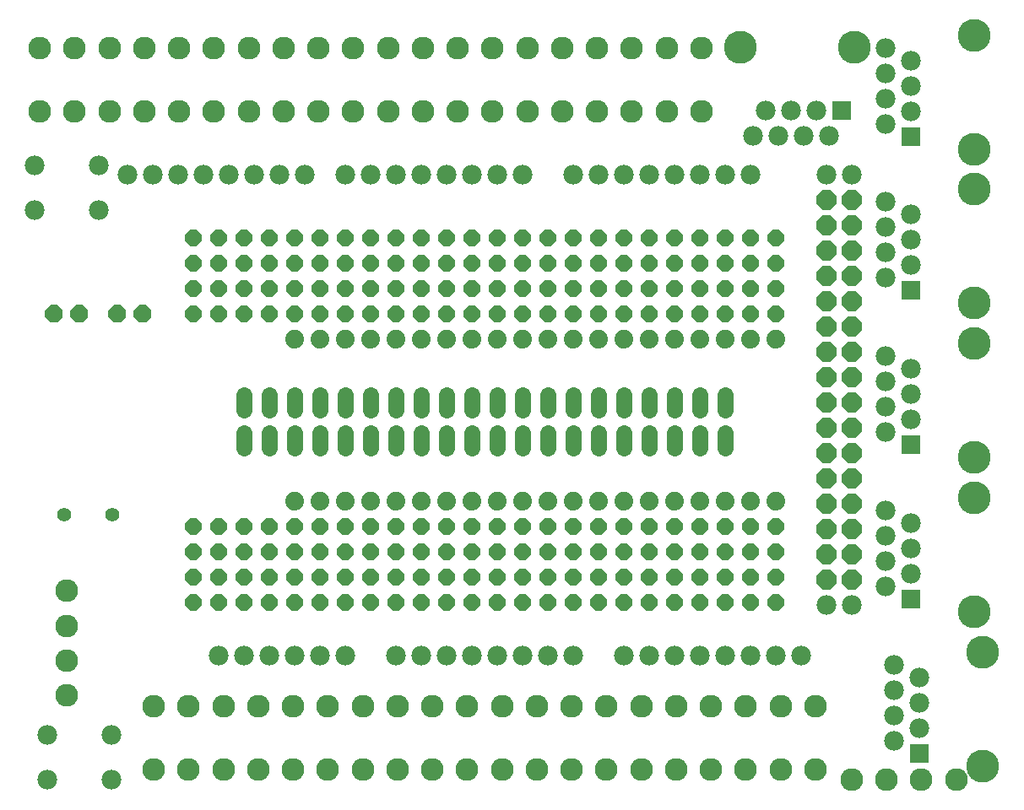
<source format=gts>
G75*
%MOIN*%
%OFA0B0*%
%FSLAX25Y25*%
%IPPOS*%
%LPD*%
%AMOC8*
5,1,8,0,0,1.08239X$1,22.5*
%
%ADD10C,0.06400*%
%ADD11C,0.09000*%
%ADD12OC8,0.06400*%
%ADD13OC8,0.07000*%
%ADD14C,0.07800*%
%ADD15OC8,0.07800*%
%ADD16C,0.07400*%
%ADD17C,0.05600*%
%ADD18R,0.07800X0.07800*%
%ADD19C,0.12998*%
D10*
X0145000Y0146198D02*
X0145000Y0152198D01*
X0155000Y0152198D02*
X0155000Y0146198D01*
X0165000Y0146198D02*
X0165000Y0152198D01*
X0175000Y0152198D02*
X0175000Y0146198D01*
X0185000Y0146198D02*
X0185000Y0152198D01*
X0195000Y0152198D02*
X0195000Y0146198D01*
X0205000Y0146198D02*
X0205000Y0152198D01*
X0215000Y0152198D02*
X0215000Y0146198D01*
X0225000Y0146198D02*
X0225000Y0152198D01*
X0235000Y0152198D02*
X0235000Y0146198D01*
X0245000Y0146198D02*
X0245000Y0152198D01*
X0245000Y0161198D02*
X0245000Y0167198D01*
X0235000Y0167198D02*
X0235000Y0161198D01*
X0225000Y0161198D02*
X0225000Y0167198D01*
X0215000Y0167198D02*
X0215000Y0161198D01*
X0205000Y0161198D02*
X0205000Y0167198D01*
X0195000Y0167198D02*
X0195000Y0161198D01*
X0185000Y0161198D02*
X0185000Y0167198D01*
X0175000Y0167198D02*
X0175000Y0161198D01*
X0165000Y0161198D02*
X0165000Y0167198D01*
X0155000Y0167198D02*
X0155000Y0161198D01*
X0145000Y0161198D02*
X0145000Y0167198D01*
X0255000Y0167198D02*
X0255000Y0161198D01*
X0265000Y0161198D02*
X0265000Y0167198D01*
X0275000Y0167198D02*
X0275000Y0161198D01*
X0285000Y0161198D02*
X0285000Y0167198D01*
X0295000Y0167198D02*
X0295000Y0161198D01*
X0305000Y0161198D02*
X0305000Y0167198D01*
X0315000Y0167198D02*
X0315000Y0161198D01*
X0325000Y0161198D02*
X0325000Y0167198D01*
X0335000Y0167198D02*
X0335000Y0161198D01*
X0335000Y0152198D02*
X0335000Y0146198D01*
X0325000Y0146198D02*
X0325000Y0152198D01*
X0315000Y0152198D02*
X0315000Y0146198D01*
X0305000Y0146198D02*
X0305000Y0152198D01*
X0295000Y0152198D02*
X0295000Y0146198D01*
X0285000Y0146198D02*
X0285000Y0152198D01*
X0275000Y0152198D02*
X0275000Y0146198D01*
X0265000Y0146198D02*
X0265000Y0152198D01*
X0255000Y0152198D02*
X0255000Y0146198D01*
D11*
X0260669Y0044198D03*
X0274331Y0044198D03*
X0288110Y0044198D03*
X0301890Y0044198D03*
X0315669Y0044198D03*
X0329331Y0044198D03*
X0343110Y0044198D03*
X0356890Y0044198D03*
X0370669Y0044198D03*
X0370669Y0019198D03*
X0356890Y0019198D03*
X0343110Y0019198D03*
X0329331Y0019198D03*
X0315669Y0019198D03*
X0301890Y0019198D03*
X0288110Y0019198D03*
X0274331Y0019198D03*
X0260669Y0019198D03*
X0246890Y0019198D03*
X0233110Y0019198D03*
X0219331Y0019198D03*
X0205669Y0019198D03*
X0191890Y0019198D03*
X0178110Y0019198D03*
X0164331Y0019198D03*
X0150669Y0019198D03*
X0136890Y0019198D03*
X0123110Y0019198D03*
X0109331Y0019198D03*
X0109331Y0044198D03*
X0123110Y0044198D03*
X0136890Y0044198D03*
X0150669Y0044198D03*
X0164331Y0044198D03*
X0178110Y0044198D03*
X0191890Y0044198D03*
X0205669Y0044198D03*
X0219331Y0044198D03*
X0233110Y0044198D03*
X0246890Y0044198D03*
X0384900Y0015423D03*
X0398679Y0015423D03*
X0412459Y0015423D03*
X0426238Y0015423D03*
X0075000Y0048529D03*
X0075000Y0062308D03*
X0075000Y0076088D03*
X0075000Y0089867D03*
X0078110Y0279198D03*
X0064331Y0279198D03*
X0091890Y0279198D03*
X0105669Y0279198D03*
X0119331Y0279198D03*
X0133110Y0279198D03*
X0146890Y0279198D03*
X0160669Y0279198D03*
X0174331Y0279198D03*
X0188110Y0279198D03*
X0201890Y0279198D03*
X0215669Y0279198D03*
X0229331Y0279198D03*
X0243110Y0279198D03*
X0256890Y0279198D03*
X0270669Y0279198D03*
X0284331Y0279198D03*
X0298110Y0279198D03*
X0311890Y0279198D03*
X0325669Y0279198D03*
X0325669Y0304198D03*
X0311890Y0304198D03*
X0298110Y0304198D03*
X0284331Y0304198D03*
X0270669Y0304198D03*
X0256890Y0304198D03*
X0243110Y0304198D03*
X0229331Y0304198D03*
X0215669Y0304198D03*
X0201890Y0304198D03*
X0188110Y0304198D03*
X0174331Y0304198D03*
X0160669Y0304198D03*
X0146890Y0304198D03*
X0133110Y0304198D03*
X0119331Y0304198D03*
X0105669Y0304198D03*
X0091890Y0304198D03*
X0078110Y0304198D03*
X0064331Y0304198D03*
D12*
X0125000Y0229198D03*
X0135000Y0229198D03*
X0145000Y0229198D03*
X0155000Y0229198D03*
X0165000Y0229198D03*
X0175000Y0229198D03*
X0185000Y0229198D03*
X0195000Y0229198D03*
X0205000Y0229198D03*
X0215000Y0229198D03*
X0225000Y0229198D03*
X0235000Y0229198D03*
X0245000Y0229198D03*
X0245000Y0219198D03*
X0245000Y0209198D03*
X0235000Y0209198D03*
X0225000Y0209198D03*
X0215000Y0209198D03*
X0205000Y0209198D03*
X0195000Y0209198D03*
X0185000Y0209198D03*
X0175000Y0209198D03*
X0165000Y0209198D03*
X0155000Y0209198D03*
X0145000Y0209198D03*
X0135000Y0209198D03*
X0125000Y0209198D03*
X0125000Y0219198D03*
X0135000Y0219198D03*
X0145000Y0219198D03*
X0155000Y0219198D03*
X0165000Y0219198D03*
X0175000Y0219198D03*
X0185000Y0219198D03*
X0195000Y0219198D03*
X0205000Y0219198D03*
X0215000Y0219198D03*
X0225000Y0219198D03*
X0235000Y0219198D03*
X0235000Y0199198D03*
X0225000Y0199198D03*
X0215000Y0199198D03*
X0205000Y0199198D03*
X0195000Y0199198D03*
X0185000Y0199198D03*
X0175000Y0199198D03*
X0165000Y0199198D03*
X0155000Y0199198D03*
X0145000Y0199198D03*
X0135000Y0199198D03*
X0125000Y0199198D03*
X0125000Y0115327D03*
X0135000Y0115327D03*
X0145000Y0115327D03*
X0155000Y0115327D03*
X0165000Y0115327D03*
X0175000Y0115327D03*
X0185000Y0115327D03*
X0195000Y0115327D03*
X0205000Y0115327D03*
X0215000Y0115327D03*
X0225000Y0115327D03*
X0235000Y0115327D03*
X0245000Y0115327D03*
X0255000Y0115327D03*
X0265000Y0115327D03*
X0275000Y0115327D03*
X0285000Y0115327D03*
X0295000Y0115327D03*
X0305000Y0115327D03*
X0315000Y0115327D03*
X0325000Y0115327D03*
X0335000Y0115327D03*
X0345000Y0115327D03*
X0355000Y0115327D03*
X0355000Y0105327D03*
X0345000Y0105327D03*
X0335000Y0105327D03*
X0325000Y0105327D03*
X0315000Y0105327D03*
X0305000Y0105327D03*
X0295000Y0105327D03*
X0285000Y0105327D03*
X0275000Y0105327D03*
X0265000Y0105327D03*
X0255000Y0105327D03*
X0245000Y0105327D03*
X0235000Y0105327D03*
X0225000Y0105327D03*
X0215000Y0105327D03*
X0205000Y0105327D03*
X0195000Y0105327D03*
X0185000Y0105327D03*
X0175000Y0105327D03*
X0165000Y0105327D03*
X0155000Y0105327D03*
X0145000Y0105327D03*
X0135000Y0105327D03*
X0125000Y0105327D03*
X0125000Y0095327D03*
X0135000Y0095327D03*
X0145000Y0095327D03*
X0155000Y0095327D03*
X0165000Y0095327D03*
X0175000Y0095327D03*
X0185000Y0095327D03*
X0195000Y0095327D03*
X0205000Y0095327D03*
X0215000Y0095327D03*
X0225000Y0095327D03*
X0235000Y0095327D03*
X0245000Y0095327D03*
X0255000Y0095327D03*
X0265000Y0095327D03*
X0275000Y0095327D03*
X0285000Y0095327D03*
X0295000Y0095327D03*
X0305000Y0095327D03*
X0315000Y0095327D03*
X0325000Y0095327D03*
X0335000Y0095327D03*
X0345000Y0095327D03*
X0355000Y0095327D03*
X0355000Y0085327D03*
X0345000Y0085327D03*
X0335000Y0085327D03*
X0325000Y0085327D03*
X0315000Y0085327D03*
X0305000Y0085327D03*
X0295000Y0085327D03*
X0285000Y0085327D03*
X0275000Y0085327D03*
X0265000Y0085327D03*
X0255000Y0085327D03*
X0245000Y0085327D03*
X0235000Y0085327D03*
X0225000Y0085327D03*
X0215000Y0085327D03*
X0205000Y0085327D03*
X0195000Y0085327D03*
X0185000Y0085327D03*
X0175000Y0085327D03*
X0165000Y0085327D03*
X0155000Y0085327D03*
X0145000Y0085327D03*
X0135000Y0085327D03*
X0125000Y0085327D03*
X0245000Y0199198D03*
X0255000Y0199198D03*
X0265000Y0199198D03*
X0275000Y0199198D03*
X0285000Y0199198D03*
X0295000Y0199198D03*
X0305000Y0199198D03*
X0315000Y0199198D03*
X0325000Y0199198D03*
X0335000Y0199198D03*
X0345000Y0199198D03*
X0355000Y0199198D03*
X0355000Y0209198D03*
X0345000Y0209198D03*
X0335000Y0209198D03*
X0325000Y0209198D03*
X0315000Y0209198D03*
X0305000Y0209198D03*
X0295000Y0209198D03*
X0285000Y0209198D03*
X0275000Y0209198D03*
X0265000Y0209198D03*
X0255000Y0209198D03*
X0255000Y0219198D03*
X0265000Y0219198D03*
X0275000Y0219198D03*
X0285000Y0219198D03*
X0295000Y0219198D03*
X0305000Y0219198D03*
X0315000Y0219198D03*
X0325000Y0219198D03*
X0335000Y0219198D03*
X0345000Y0219198D03*
X0355000Y0219198D03*
X0355000Y0229198D03*
X0345000Y0229198D03*
X0335000Y0229198D03*
X0325000Y0229198D03*
X0315000Y0229198D03*
X0305000Y0229198D03*
X0295000Y0229198D03*
X0285000Y0229198D03*
X0275000Y0229198D03*
X0265000Y0229198D03*
X0255000Y0229198D03*
D13*
X0105000Y0199198D03*
X0095000Y0199198D03*
X0080000Y0199198D03*
X0070000Y0199198D03*
D14*
X0067200Y0015298D03*
X0067200Y0033098D03*
X0092800Y0033098D03*
X0092800Y0015298D03*
X0135000Y0064198D03*
X0145000Y0064198D03*
X0155000Y0064198D03*
X0165000Y0064198D03*
X0175000Y0064198D03*
X0185000Y0064198D03*
X0205000Y0064198D03*
X0215000Y0064198D03*
X0225000Y0064198D03*
X0235000Y0064198D03*
X0245000Y0064198D03*
X0255000Y0064198D03*
X0265000Y0064198D03*
X0275000Y0064198D03*
X0295000Y0064198D03*
X0305000Y0064198D03*
X0315000Y0064198D03*
X0325000Y0064198D03*
X0335000Y0064198D03*
X0345000Y0064198D03*
X0355000Y0064198D03*
X0365000Y0064198D03*
X0375000Y0084198D03*
X0385000Y0084198D03*
X0398280Y0091585D03*
X0408280Y0096585D03*
X0398280Y0101585D03*
X0408280Y0106585D03*
X0398280Y0111585D03*
X0398280Y0121585D03*
X0408280Y0116585D03*
X0398264Y0152485D03*
X0408264Y0157485D03*
X0398264Y0162485D03*
X0408264Y0167485D03*
X0408264Y0177485D03*
X0398264Y0172485D03*
X0398264Y0182485D03*
X0398200Y0213517D03*
X0408200Y0218517D03*
X0398200Y0223517D03*
X0408200Y0228517D03*
X0398200Y0233517D03*
X0398200Y0243517D03*
X0408200Y0238517D03*
X0385000Y0254198D03*
X0375000Y0254198D03*
X0376064Y0269514D03*
X0366064Y0269514D03*
X0356064Y0269514D03*
X0346064Y0269514D03*
X0351064Y0279514D03*
X0361064Y0279514D03*
X0371064Y0279514D03*
X0398327Y0284372D03*
X0408327Y0279372D03*
X0398327Y0274372D03*
X0408327Y0289372D03*
X0408327Y0299372D03*
X0398327Y0294372D03*
X0398327Y0304372D03*
X0345000Y0254198D03*
X0335000Y0254198D03*
X0325000Y0254198D03*
X0315000Y0254198D03*
X0305000Y0254198D03*
X0295000Y0254198D03*
X0285000Y0254198D03*
X0275000Y0254198D03*
X0255000Y0254198D03*
X0245000Y0254198D03*
X0235000Y0254198D03*
X0225000Y0254198D03*
X0215000Y0254198D03*
X0205000Y0254198D03*
X0195000Y0254198D03*
X0185000Y0254198D03*
X0169000Y0254198D03*
X0159000Y0254198D03*
X0149000Y0254198D03*
X0139000Y0254198D03*
X0129000Y0254198D03*
X0119000Y0254198D03*
X0109000Y0254198D03*
X0099000Y0254198D03*
X0087800Y0258098D03*
X0087800Y0240298D03*
X0062200Y0240298D03*
X0062200Y0258098D03*
X0401819Y0060781D03*
X0411819Y0055781D03*
X0401819Y0050781D03*
X0411819Y0045781D03*
X0401819Y0040781D03*
X0411819Y0035781D03*
X0401819Y0030781D03*
D15*
X0385000Y0094198D03*
X0375000Y0094198D03*
X0375000Y0104198D03*
X0385000Y0104198D03*
X0385000Y0114198D03*
X0375000Y0114198D03*
X0375000Y0124198D03*
X0385000Y0124198D03*
X0385000Y0134198D03*
X0375000Y0134198D03*
X0375000Y0144198D03*
X0385000Y0144198D03*
X0385000Y0154198D03*
X0375000Y0154198D03*
X0375000Y0164198D03*
X0385000Y0164198D03*
X0385000Y0174198D03*
X0375000Y0174198D03*
X0375000Y0184198D03*
X0385000Y0184198D03*
X0385000Y0194198D03*
X0375000Y0194198D03*
X0375000Y0204198D03*
X0385000Y0204198D03*
X0385000Y0214198D03*
X0375000Y0214198D03*
X0375000Y0224198D03*
X0385000Y0224198D03*
X0385000Y0234198D03*
X0375000Y0234198D03*
X0375000Y0244198D03*
X0385000Y0244198D03*
D16*
X0355000Y0189198D03*
X0345000Y0189198D03*
X0335000Y0189198D03*
X0325000Y0189198D03*
X0315000Y0189198D03*
X0305000Y0189198D03*
X0295000Y0189198D03*
X0285000Y0189198D03*
X0275000Y0189198D03*
X0265000Y0189198D03*
X0255000Y0189198D03*
X0245000Y0189198D03*
X0235000Y0189198D03*
X0225000Y0189198D03*
X0215000Y0189198D03*
X0205000Y0189198D03*
X0195000Y0189198D03*
X0185000Y0189198D03*
X0175000Y0189198D03*
X0165000Y0189198D03*
X0165000Y0125327D03*
X0175000Y0125327D03*
X0185000Y0125327D03*
X0195000Y0125327D03*
X0205000Y0125327D03*
X0215000Y0125327D03*
X0225000Y0125327D03*
X0235000Y0125327D03*
X0245000Y0125327D03*
X0255000Y0125327D03*
X0265000Y0125327D03*
X0275000Y0125327D03*
X0285000Y0125327D03*
X0295000Y0125327D03*
X0305000Y0125327D03*
X0315000Y0125327D03*
X0325000Y0125327D03*
X0335000Y0125327D03*
X0345000Y0125327D03*
X0355000Y0125327D03*
D17*
X0093041Y0119884D03*
X0074041Y0119884D03*
D18*
X0381064Y0279514D03*
X0408327Y0269372D03*
X0408200Y0208517D03*
X0408264Y0147485D03*
X0408280Y0086585D03*
X0411819Y0025781D03*
D19*
X0436819Y0020781D03*
X0436819Y0065781D03*
X0433280Y0081585D03*
X0433280Y0126585D03*
X0433264Y0142485D03*
X0433264Y0187485D03*
X0433200Y0203517D03*
X0433200Y0248517D03*
X0433327Y0264372D03*
X0386064Y0304514D03*
X0341064Y0304514D03*
X0433327Y0309372D03*
M02*

</source>
